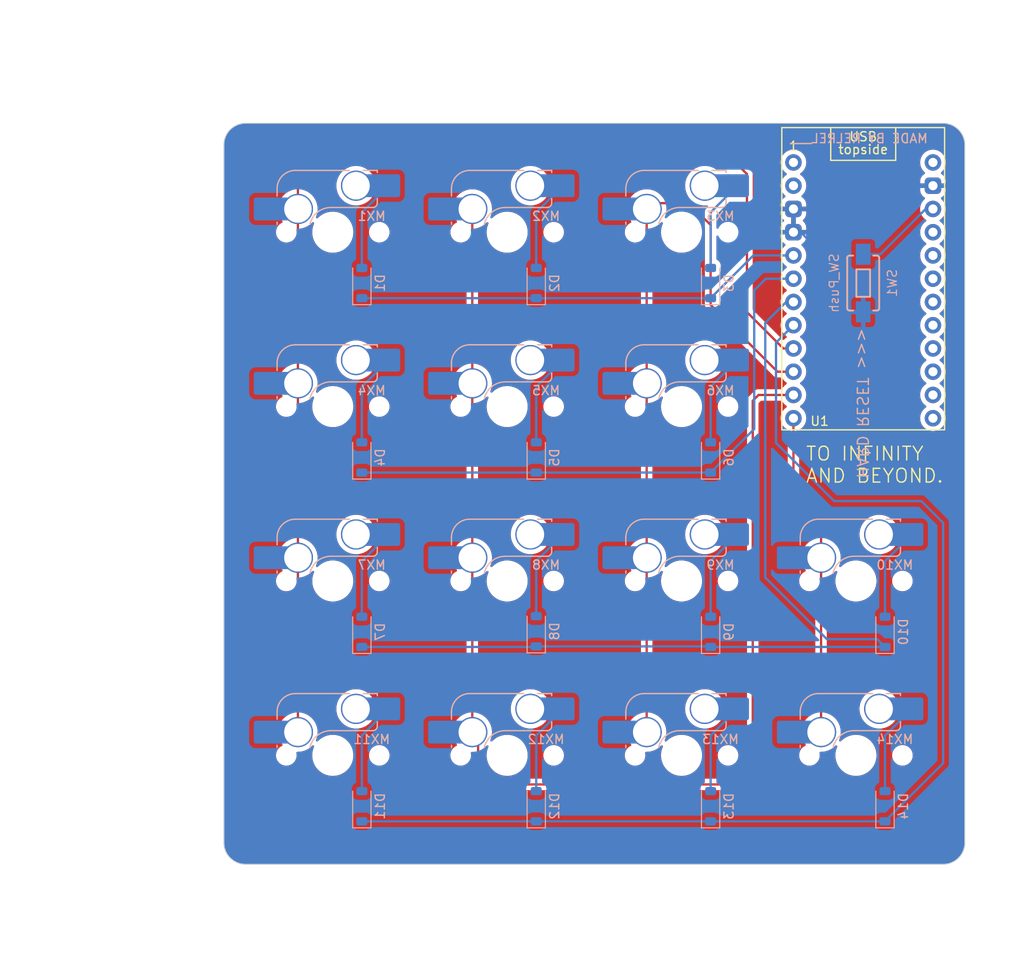
<source format=kicad_pcb>
(kicad_pcb (version 20221018) (generator pcbnew)
  (layers (0 "F.Cu" signal) (31 "B.Cu" signal) (34 "B.Paste" user) (35 "F.Paste" user) (36 "B.SilkS" user "B.Silkscreen") (37 "F.SilkS" user "F.Silkscreen") (38 "B.Mask" user) (39 "F.Mask" user) (44 "Edge.Cuts" user))
  (net 0 "")
  (net 1 "ROW0")
  (net 2 "Net-(D1-A)")
  (net 3 "Net-(D2-A)")
  (net 4 "Net-(D3-A)")
  (net 5 "ROW1")
  (net 6 "Net-(D4-A)")
  (net 7 "Net-(D5-A)")
  (net 8 "Net-(D6-A)")
  (net 9 "ROW2")
  (net 10 "Net-(D7-A)")
  (net 11 "Net-(D8-A)")
  (net 12 "Net-(D9-A)")
  (net 13 "Net-(D10-A)")
  (net 14 "ROW3")
  (net 15 "Net-(D11-A)")
  (net 16 "Net-(D12-A)")
  (net 17 "Net-(D13-A)")
  (net 18 "Net-(D14-A)")
  (net 19 "COL0")
  (net 20 "COL1")
  (net 21 "COL2")
  (net 22 "COL3")
  (net 23 "GND")
  (net 24 "Net-(U1-RST)")
  (footprint "marbastlib-xp-promicroish:ProMicro_USBup" (layer "F.Cu") (at 146.84375 76.2)
    (fp_text reference "U1" (at -4.7625 14.2875 unlocked) (layer "F.SilkS"))
    (fp_text value "ProMicro")
    (fp_text user "1" (at -7.62 -15.17) (layer "F.SilkS") (effects (justify bottom)))
    (fp_text user "USB" (at 0 -16.2 unlocked) (layer "F.SilkS") (effects (justify bottom)))
    (fp_text user "topside" (at 0 -14.8 unlocked) (layer "F.SilkS") (effects (justify bottom)))
    (pad "1" thru_hole circle (at -7.62 -13.97) (size 1.8 1.8) (drill 1) (layers "*.Cu" "B.Mask"))
    (pad "2" thru_hole circle (at -7.62 -11.43) (size 1.8 1.8) (drill 1) (layers "*.Cu" "B.Mask"))
    (pad "3" thru_hole roundrect (at -7.62 -8.89) (size 1.8 1.8) (drill 1) (layers "*.Cu" "B.Mask") (net 23 "GND"))
    (pad "4" thru_hole roundrect (at -7.62 -6.35) (size 1.8 1.8) (drill 1) (layers "*.Cu" "B.Mask") (net 23 "GND"))
    (pad "5" thru_hole circle (at -7.62 -3.81) (size 1.8 1.8) (drill 1) (layers "*.Cu" "B.Mask") (net 1 "ROW0"))
    (pad "6" thru_hole circle (at -7.62 -1.27) (size 1.8 1.8) (drill 1) (layers "*.Cu" "B.Mask") (net 5 "ROW1"))
    (pad "7" thru_hole circle (at -7.62 1.27) (size 1.8 1.8) (drill 1) (layers "*.Cu" "B.Mask") (net 9 "ROW2"))
    (pad "8" thru_hole circle (at -7.62 3.81) (size 1.8 1.8) (drill 1) (layers "*.Cu" "B.Mask") (net 14 "ROW3"))
    (pad "9" thru_hole circle (at -7.62 6.35) (size 1.8 1.8) (drill 1) (layers "*.Cu" "B.Mask") (net 19 "COL0"))
    (pad "10" thru_hole circle (at -7.62 8.89) (size 1.8 1.8) (drill 1) (layers "*.Cu" "B.Mask") (net 21 "COL2"))
    (pad "11" thru_hole circle (at -7.62 11.43) (size 1.8 1.8) (drill 1) (layers "*.Cu" "B.Mask") (net 20 "COL1"))
    (pad "12" thru_hole circle (at -7.62 13.97) (size 1.8 1.8) (drill 1) (layers "*.Cu" "B.Mask") (net 22 "COL3"))
    (pad "13" thru_hole circle (at 7.62 -13.97) (size 1.8 1.8) (drill 1) (layers "*.Cu" "B.Mask"))
    (pad "14" thru_hole roundrect (at 7.62 -11.43) (size 1.8 1.8) (drill 1) (layers "*.Cu" "B.Mask") (net 23 "GND"))
    (pad "15" thru_hole circle (at 7.62 -8.89) (size 1.8 1.8) (drill 1) (layers "*.Cu" "B.Mask") (net 24 "Net-(U1-RST)"))
    (pad "16" thru_hole circle (at 7.62 -6.35) (size 1.8 1.8) (drill 1) (layers "*.Cu" "B.Mask"))
    (pad "17" thru_hole circle (at 7.62 -3.81) (size 1.8 1.8) (drill 1) (layers "*.Cu" "B.Mask"))
    (pad "18" thru_hole circle (at 7.62 -1.27) (size 1.8 1.8) (drill 1) (layers "*.Cu" "B.Mask"))
    (pad "19" thru_hole circle (at 7.62 1.27) (size 1.8 1.8) (drill 1) (layers "*.Cu" "B.Mask"))
    (pad "20" thru_hole circle (at 7.62 3.81) (size 1.8 1.8) (drill 1) (layers "*.Cu" "B.Mask"))
    (pad "21" thru_hole circle (at 7.62 6.35) (size 1.8 1.8) (drill 1) (layers "*.Cu" "B.Mask"))
    (pad "22" thru_hole circle (at 7.62 8.89) (size 1.8 1.8) (drill 1) (layers "*.Cu" "B.Mask"))
    (pad "23" thru_hole circle (at 7.62 11.43) (size 1.8 1.8) (drill 1) (layers "*.Cu" "B.Mask"))
    (pad "24" thru_hole circle (at 7.62 13.97) (size 1.8 1.8) (drill 1) (layers "*.Cu" "B.Mask"))
  )
  (footprint "Diode_SMD:D_SOD-123" (layer "B.Cu") (at 111.125 113.44375 90)
    (fp_text reference "D8" (at 0 2 90) (layer "B.SilkS") (effects (justify mirror)))
    (fp_text value "D_Small")
    (pad "1" smd roundrect (at -1.65 0 90) (size 0.9 1.2) (layers "B.Cu" "B.Paste" "B.Mask") (net 9 "ROW2"))
    (pad "2" smd roundrect (at 1.65 0 90) (size 0.9 1.2) (layers "B.Cu" "B.Paste" "B.Mask") (net 11 "Net-(D8-A)"))
  )
  (footprint "marbastlib-mx:SW_MX_HS_1u" (layer "B.Cu") (at 88.9 88.9 180)
    (fp_text reference "MX4" (at -4.25 1.75) (layer "B.SilkS") (effects (justify mirror)))
    (fp_text value "MX_SW_HS" hide)
    (pad "" np_thru_hole circle (at -5.08 0 180) (size 1.75 1.75) (drill 1.75) (layers "*.Cu" "*.Mask"))
    (pad "" np_thru_hole circle (at 0 0 180) (size 3.9878 3.9878) (drill 3.9878) (layers "*.Cu" "*.Mask"))
    (pad "" np_thru_hole circle (at 5.08 0 180) (size 1.75 1.75) (drill 1.75) (layers "*.Cu" "*.Mask"))
    (pad "1" thru_hole circle (at 3.81 2.54 180) (size 3.3 3.3) (drill 3) (layers "*.Cu" "*.Mask") (net 19 "COL0"))
    (pad "1" smd rect (at 5.635 2.54) (size 1.65 2.5) (layers "B.Cu") (net 19 "COL0"))
    (pad "1" smd roundrect (at 7.36 2.54 180) (size 2.55 2.5) (layers "B.Cu" "B.Paste" "B.Mask") (roundrect_rratio 0.1) (net 19 "COL0"))
    (pad "2" smd roundrect (at -6.09 5.08 180) (size 2.55 2.5) (layers "B.Cu" "B.Paste" "B.Mask") (roundrect_rratio 0.1) (net 6 "Net-(D4-A)"))
    (pad "2" smd rect (at -4.34 5.08 180) (size 1.65 2.5) (layers "B.Cu") (net 6 "Net-(D4-A)"))
    (pad "2" thru_hole circle (at -2.54 5.08 180) (size 3.3 3.3) (drill 3) (layers "*.Cu" "*.Mask") (net 6 "Net-(D4-A)"))
  )
  (footprint "marbastlib-mx:SW_MX_HS_1u" (layer "B.Cu") (at 107.95 69.85 180)
    (fp_text reference "MX2" (at -4.25 1.75) (layer "B.SilkS") (effects (justify mirror)))
    (fp_text value "MX_SW_HS" hide)
    (pad "" np_thru_hole circle (at -5.08 0 180) (size 1.75 1.75) (drill 1.75) (layers "*.Cu" "*.Mask"))
    (pad "" np_thru_hole circle (at 0 0 180) (size 3.9878 3.9878) (drill 3.9878) (layers "*.Cu" "*.Mask"))
    (pad "" np_thru_hole circle (at 5.08 0 180) (size 1.75 1.75) (drill 1.75) (layers "*.Cu" "*.Mask"))
    (pad "1" thru_hole circle (at 3.81 2.54 180) (size 3.3 3.3) (drill 3) (layers "*.Cu" "*.Mask") (net 20 "COL1"))
    (pad "1" smd rect (at 5.635 2.54) (size 1.65 2.5) (layers "B.Cu") (net 20 "COL1"))
    (pad "1" smd roundrect (at 7.36 2.54 180) (size 2.55 2.5) (layers "B.Cu" "B.Paste" "B.Mask") (roundrect_rratio 0.1) (net 20 "COL1"))
    (pad "2" smd roundrect (at -6.09 5.08 180) (size 2.55 2.5) (layers "B.Cu" "B.Paste" "B.Mask") (roundrect_rratio 0.1) (net 3 "Net-(D2-A)"))
    (pad "2" smd rect (at -4.34 5.08 180) (size 1.65 2.5) (layers "B.Cu") (net 3 "Net-(D2-A)"))
    (pad "2" thru_hole circle (at -2.54 5.08 180) (size 3.3 3.3) (drill 3) (layers "*.Cu" "*.Mask") (net 3 "Net-(D2-A)"))
  )
  (footprint "Diode_SMD:D_SOD-123" (layer "B.Cu") (at 111.125 75.40625 90)
    (fp_text reference "D2" (at 0 2 90) (layer "B.SilkS") (effects (justify mirror)))
    (fp_text value "D_Small")
    (pad "1" smd roundrect (at -1.65 0 90) (size 0.9 1.2) (layers "B.Cu" "B.Paste" "B.Mask") (net 1 "ROW0"))
    (pad "2" smd roundrect (at 1.65 0 90) (size 0.9 1.2) (layers "B.Cu" "B.Paste" "B.Mask") (net 3 "Net-(D2-A)"))
  )
  (footprint "Diode_SMD:D_SOD-123" (layer "B.Cu") (at 92.075 132.55625 90)
    (fp_text reference "D11" (at 0 2 90) (layer "B.SilkS") (effects (justify mirror)))
    (fp_text value "D_Small")
    (pad "1" smd roundrect (at -1.65 0 90) (size 0.9 1.2) (layers "B.Cu" "B.Paste" "B.Mask") (net 14 "ROW3"))
    (pad "2" smd roundrect (at 1.65 0 90) (size 0.9 1.2) (layers "B.Cu" "B.Paste" "B.Mask") (net 15 "Net-(D11-A)"))
  )
  (footprint "marbastlib-mx:SW_MX_HS_1u" (layer "B.Cu") (at 88.9 107.95 180)
    (fp_text reference "MX7" (at -4.25 1.75) (layer "B.SilkS") (effects (justify mirror)))
    (fp_text value "MX_SW_HS" hide)
    (pad "" np_thru_hole circle (at -5.08 0 180) (size 1.75 1.75) (drill 1.75) (layers "*.Cu" "*.Mask"))
    (pad "" np_thru_hole circle (at 0 0 180) (size 3.9878 3.9878) (drill 3.9878) (layers "*.Cu" "*.Mask"))
    (pad "" np_thru_hole circle (at 5.08 0 180) (size 1.75 1.75) (drill 1.75) (layers "*.Cu" "*.Mask"))
    (pad "1" thru_hole circle (at 3.81 2.54 180) (size 3.3 3.3) (drill 3) (layers "*.Cu" "*.Mask") (net 19 "COL0"))
    (pad "1" smd rect (at 5.635 2.54) (size 1.65 2.5) (layers "B.Cu") (net 19 "COL0"))
    (pad "1" smd roundrect (at 7.36 2.54 180) (size 2.55 2.5) (layers "B.Cu" "B.Paste" "B.Mask") (roundrect_rratio 0.1) (net 19 "COL0"))
    (pad "2" smd roundrect (at -6.09 5.08 180) (size 2.55 2.5) (layers "B.Cu" "B.Paste" "B.Mask") (roundrect_rratio 0.1) (net 10 "Net-(D7-A)"))
    (pad "2" smd rect (at -4.34 5.08 180) (size 1.65 2.5) (layers "B.Cu") (net 10 "Net-(D7-A)"))
    (pad "2" thru_hole circle (at -2.54 5.08 180) (size 3.3 3.3) (drill 3) (layers "*.Cu" "*.Mask") (net 10 "Net-(D7-A)"))
  )
  (footprint "Switches:TACTILE_SWITCH_SMD_6.0X3.5MM" (layer "B.Cu") (at 146.84375 75.40625 90)
    (fp_text reference "SW1" (at 0 3.175 90) (layer "B.SilkS") (effects (font (thickness 0.127)) (justify mirror)))
    (fp_text value "SW_Push" (at 0 -3.175 90) (layer "B.SilkS") (effects (font (thickness 0.127)) (justify mirror)))
    (pad "1" smd rect (at -3.1496 0 270) (size 2.2987 1.59766) (layers "B.Cu" "B.Paste" "B.Mask") (net 23 "GND"))
    (pad "2" smd rect (at 3.1496 0 270) (size 2.2987 1.59766) (layers "B.Cu" "B.Paste" "B.Mask") (net 24 "Net-(U1-RST)"))
  )
  (footprint "Diode_SMD:D_SOD-123" (layer "B.Cu") (at 92.075 113.50625 90)
    (fp_text reference "D7" (at 0 2 90) (layer "B.SilkS") (effects (justify mirror)))
    (fp_text value "D_Small")
    (pad "1" smd roundrect (at -1.65 0 90) (size 0.9 1.2) (layers "B.Cu" "B.Paste" "B.Mask") (net 9 "ROW2"))
    (pad "2" smd roundrect (at 1.65 0 90) (size 0.9 1.2) (layers "B.Cu" "B.Paste" "B.Mask") (net 10 "Net-(D7-A)"))
  )
  (footprint "Diode_SMD:D_SOD-123" (layer "B.Cu") (at 111.125 132.55625 90)
    (fp_text reference "D12" (at 0 2 90) (layer "B.SilkS") (effects (justify mirror)))
    (fp_text value "D_Small")
    (pad "1" smd roundrect (at -1.65 0 90) (size 0.9 1.2) (layers "B.Cu" "B.Paste" "B.Mask") (net 14 "ROW3"))
    (pad "2" smd roundrect (at 1.65 0 90) (size 0.9 1.2) (layers "B.Cu" "B.Paste" "B.Mask") (net 16 "Net-(D12-A)"))
  )
  (footprint "Diode_SMD:D_SOD-123" (layer "B.Cu") (at 130.175 94.45625 90)
    (fp_text reference "D6" (at 0 2 90) (layer "B.SilkS") (effects (justify mirror)))
    (fp_text value "D_Small")
    (pad "1" smd roundrect (at -1.65 0 90) (size 0.9 1.2) (layers "B.Cu" "B.Paste" "B.Mask") (net 5 "ROW1"))
    (pad "2" smd roundrect (at 1.65 0 90) (size 0.9 1.2) (layers "B.Cu" "B.Paste" "B.Mask") (net 8 "Net-(D6-A)"))
  )
  (footprint "Diode_SMD:D_SOD-123" (layer "B.Cu") (at 92.075 75.40625 90)
    (fp_text reference "D1" (at 0 2 90) (layer "B.SilkS") (effects (justify mirror)))
    (fp_text value "D_Small")
    (pad "1" smd roundrect (at -1.65 0 90) (size 0.9 1.2) (layers "B.Cu" "B.Paste" "B.Mask") (net 1 "ROW0"))
    (pad "2" smd roundrect (at 1.65 0 90) (size 0.9 1.2) (layers "B.Cu" "B.Paste" "B.Mask") (net 2 "Net-(D1-A)"))
  )
  (footprint "Diode_SMD:D_SOD-123" (layer "B.Cu") (at 130.175 132.55625 90)
    (fp_text reference "D13" (at 0 2 90) (layer "B.SilkS") (effects (justify mirror)))
    (fp_text value "D_Small")
    (pad "1" smd roundrect (at -1.65 0 90) (size 0.9 1.2) (layers "B.Cu" "B.Paste" "B.Mask") (net 14 "ROW3"))
    (pad "2" smd roundrect (at 1.65 0 90) (size 0.9 1.2) (layers "B.Cu" "B.Paste" "B.Mask") (net 17 "Net-(D13-A)"))
  )
  (footprint "marbastlib-mx:SW_MX_HS_1u" (layer "B.Cu") (at 146.05 127 180)
    (fp_text reference "MX14" (at -4.25 1.75) (layer "B.SilkS") (effects (justify mirror)))
    (fp_text value "MX_SW_HS" hide)
    (pad "" np_thru_hole circle (at -5.08 0 180) (size 1.75 1.75) (drill 1.75) (layers "*.Cu" "*.Mask"))
    (pad "" np_thru_hole circle (at 0 0 180) (size 3.9878 3.9878) (drill 3.9878) (layers "*.Cu" "*.Mask"))
    (pad "" np_thru_hole circle (at 5.08 0 180) (size 1.75 1.75) (drill 1.75) (layers "*.Cu" "*.Mask"))
    (pad "1" thru_hole circle (at 3.81 2.54 180) (size 3.3 3.3) (drill 3) (layers "*.Cu" "*.Mask") (net 22 "COL3"))
    (pad "1" smd rect (at 5.635 2.54) (size 1.65 2.5) (layers "B.Cu") (net 22 "COL3"))
    (pad "1" smd roundrect (at 7.36 2.54 180) (size 2.55 2.5) (layers "B.Cu" "B.Paste" "B.Mask") (roundrect_rratio 0.1) (net 22 "COL3"))
    (pad "2" smd roundrect (at -6.09 5.08 180) (size 2.55 2.5) (layers "B.Cu" "B.Paste" "B.Mask") (roundrect_rratio 0.1) (net 18 "Net-(D14-A)"))
    (pad "2" smd rect (at -4.34 5.08 180) (size 1.65 2.5) (layers "B.Cu") (net 18 "Net-(D14-A)"))
    (pad "2" thru_hole circle (at -2.54 5.08 180) (size 3.3 3.3) (drill 3) (layers "*.Cu" "*.Mask") (net 18 "Net-(D14-A)"))
  )
  (footprint "Diode_SMD:D_SOD-123" (layer "B.Cu") (at 130.175 75.40625 90)
    (fp_text reference "D3" (at 0 2 90) (layer "B.SilkS") (effects (justify mirror)))
    (fp_text value "D_Small")
    (pad "1" smd roundrect (at -1.65 0 90) (size 0.9 1.2) (layers "B.Cu" "B.Paste" "B.Mask") (net 1 "ROW0"))
    (pad "2" smd roundrect (at 1.65 0 90) (size 0.9 1.2) (layers "B.Cu" "B.Paste" "B.Mask") (net 4 "Net-(D3-A)"))
  )
  (footprint "marbastlib-mx:SW_MX_HS_1u" (layer "B.Cu") (at 127 127 180)
    (fp_text reference "MX13" (at -4.25 1.75) (layer "B.SilkS") (effects (justify mirror)))
    (fp_text value "MX_SW_HS" hide)
    (pad "" np_thru_hole circle (at -5.08 0 180) (size 1.75 1.75) (drill 1.75) (layers "*.Cu" "*.Mask"))
    (pad "" np_thru_hole circle (at 0 0 180) (size 3.9878 3.9878) (drill 3.9878) (layers "*.Cu" "*.Mask"))
    (pad "" np_thru_hole circle (at 5.08 0 180) (size 1.75 1.75) (drill 1.75) (layers "*.Cu" "*.Mask"))
    (pad "1" thru_hole circle (at 3.81 2.54 180) (size 3.3 3.3) (drill 3) (layers "*.Cu" "*.Mask") (net 21 "COL2"))
    (pad "1" smd rect (at 5.635 2.54) (size 1.65 2.5) (layers "B.Cu") (net 21 "COL2"))
    (pad "1" smd roundrect (at 7.36 2.54 180) (size 2.55 2.5) (layers "B.Cu" "B.Paste" "B.Mask") (roundrect_rratio 0.1) (net 21 "COL2"))
    (pad "2" smd roundrect (at -6.09 5.08 180) (size 2.55 2.5) (layers "B.Cu" "B.Paste" "B.Mask") (roundrect_rratio 0.1) (net 17 "Net-(D13-A)"))
    (pad "2" smd rect (at -4.34 5.08 180) (size 1.65 2.5) (layers "B.Cu") (net 17 "Net-(D13-A)"))
    (pad "2" thru_hole circle (at -2.54 5.08 180) (size 3.3 3.3) (drill 3) (layers "*.Cu" "*.Mask") (net 17 "Net-(D13-A)"))
  )
  (footprint "Diode_SMD:D_SOD-123" (layer "B.Cu") (at 149.225 132.55625 90)
    (fp_text reference "D14" (at 0 2 90) (layer "B.SilkS") (effects (justify mirror)))
    (fp_text value "D_Small")
    (pad "1" smd roundrect (at -1.65 0 90) (size 0.9 1.2) (layers "B.Cu" "B.Paste" "B.Mask") (net 14 "ROW3"))
    (pad "2" smd roundrect (at 1.65 0 90) (size 0.9 1.2) (layers "B.Cu" "B.Paste" "B.Mask") (net 18 "Net-(D14-A)"))
  )
  (footprint "Diode_SMD:D_SOD-123" (layer "B.Cu") (at 149.225 113.50625 90)
    (fp_text reference "D10" (at 0 2 90) (layer "B.SilkS") (effects (justify mirror)))
    (fp_text value "D_Small")
    (pad "1" smd roundrect (at -1.65 0 90) (size 0.9 1.2) (layers "B.Cu" "B.Paste" "B.Mask") (net 9 "ROW2"))
    (pad "2" smd roundrect (at 1.65 0 90) (size 0.9 1.2) (layers "B.Cu" "B.Paste" "B.Mask") (net 13 "Net-(D10-A)"))
  )
  (footprint "Diode_SMD:D_SOD-123" (layer "B.Cu") (at 111.125 94.45625 90)
    (fp_text reference "D5" (at 0 2 90) (layer "B.SilkS") (effects (justify mirror)))
    (fp_text value "D_Small")
    (pad "1" smd roundrect (at -1.65 0 90) (size 0.9 1.2) (layers "B.Cu" "B.Paste" "B.Mask") (net 5 "ROW1"))
    (pad "2" smd roundrect (at 1.65 0 90) (size 0.9 1.2) (layers "B.Cu" "B.Paste" "B.Mask") (net 7 "Net-(D5-A)"))
  )
  (footprint "marbastlib-mx:SW_MX_HS_1u" (layer "B.Cu") (at 107.95 88.9 180)
    (fp_text reference "MX5" (at -4.25 1.75) (layer "B.SilkS") (effects (justify mirror)))
    (fp_text value "MX_SW_HS" hide)
    (pad "" np_thru_hole circle (at -5.08 0 180) (size 1.75 1.75) (drill 1.75) (layers "*.Cu" "*.Mask"))
    (pad "" np_thru_hole circle (at 0 0 180) (size 3.9878 3.9878) (drill 3.9878) (layers "*.Cu" "*.Mask"))
    (pad "" np_thru_hole circle (at 5.08 0 180) (size 1.75 1.75) (drill 1.75) (layers "*.Cu" "*.Mask"))
    (pad "1" thru_hole circle (at 3.81 2.54 180) (size 3.3 3.3) (drill 3) (layers "*.Cu" "*.Mask") (net 20 "COL1"))
    (pad "1" smd rect (at 5.635 2.54) (size 1.65 2.5) (layers "B.Cu") (net 20 "COL1"))
    (pad "1" smd roundrect (at 7.36 2.54 180) (size 2.55 2.5) (layers "B.Cu" "B.Paste" "B.Mask") (roundrect_rratio 0.1) (net 20 "COL1"))
    (pad "2" smd roundrect (at -6.09 5.08 180) (size 2.55 2.5) (layers "B.Cu" "B.Paste" "B.Mask") (roundrect_rratio 0.1) (net 7 "Net-(D5-A)"))
    (pad "2" smd rect (at -4.34 5.08 180) (size 1.65 2.5) (layers "B.Cu") (net 7 "Net-(D5-A)"))
    (pad "2" thru_hole circle (at -2.54 5.08 180) (size 3.3 3.3) (drill 3) (layers "*.Cu" "*.Mask") (net 7 "Net-(D5-A)"))
  )
  (footprint "Diode_SMD:D_SOD-123" (layer "B.Cu") (at 130.175 113.50625 90)
    (fp_text reference "D9" (at 0 2 90) (layer "B.SilkS") (effects (justify mirror)))
    (fp_text value "D_Small")
    (pad "1" smd roundrect (at -1.65 0 90) (size 0.9 1.2) (layers "B.Cu" "B.Paste" "B.Mask") (net 9 "ROW2"))
    (pad "2" smd roundrect (at 1.65 0 90) (size 0.9 1.2) (layers "B.Cu" "B.Paste" "B.Mask") (net 12 "Net-(D9-A)"))
  )
  (footprint "marbastlib-mx:SW_MX_HS_1u" (layer "B.Cu") (at 146.05 107.95 180)
    (fp_text reference "MX10" (at -4.25 1.75) (layer "B.SilkS") (effects (justify mirror)))
    (fp_text value "MX_SW_HS" hide)
    (pad "" np_thru_hole circle (at -5.08 0 180) (size 1.75 1.75) (drill 1.75) (layers "*.Cu" "*.Mask"))
    (pad "" np_thru_hole circle (at 0 0 180) (size 3.9878 3.9878) (drill 3.9878) (layers "*.Cu" "*.Mask"))
    (pad "" np_thru_hole circle (at 5.08 0 180) (size 1.75 1.75) (drill 1.75) (layers "*.Cu" "*.Mask"))
    (pad "1" thru_hole circle (at 3.81 2.54 180) (size 3.3 3.3) (drill 3) (layers "*.Cu" "*.Mask") (net 22 "COL3"))
    (pad "1" smd rect (at 5.635 2.54) (size 1.65 2.5) (layers "B.Cu") (net 22 "COL3"))
    (pad "1" smd roundrect (at 7.36 2.54 180) (size 2.55 2.5) (layers "B.Cu" "B.Paste" "B.Mask") (roundrect_rratio 0.1) (net 22 "COL3"))
    (pad "2" smd roundrect (at -6.09 5.08 180) (size 2.55 2.5) (layers "B.Cu" "B.Paste" "B.Mask") (roundrect_rratio 0.1) (net 13 "Net-(D10-A)"))
    (pad "2" smd rect (at -4.34 5.08 180) (size 1.65 2.5) (layers "B.Cu") (net 13 "Net-(D10-A)"))
    (pad "2" thru_hole circle (at -2.54 5.08 180) (size 3.3 3.3) (drill 3) (layers "*.Cu" "*.Mask") (net 13 "Net-(D10-A)"))
  )
  (footprint "marbastlib-mx:SW_MX_HS_1u" (layer "B.Cu") (at 127 69.85 180)
    (fp_text reference "MX3" (at -4.25 1.75) (layer "B.SilkS") (effects (justify mirror)))
    (fp_text value "MX_SW_HS" hide)
    (pad "" np_thru_hole circle (at -5.08 0 180) (size 1.75 1.75) (drill 1.75) (layers "*.Cu" "*.Mask"))
    (pad "" np_thru_hole circle (at 0 0 180) (size 3.9878 3.9878) (drill 3.9878) (layers "*.Cu" "*.Mask"))
    (pad "" np_thru_hole circle (at 5.08 0 180) (size 1.75 1.75) (drill 1.75) (layers "*.Cu" "*.Mask"))
    (pad "1" thru_hole circle (at 3.81 2.54 180) (size 3.3 3.3) (drill 3) (layers "*.Cu" "*.Mask") (net 21 "COL2"))
    (pad "1" smd rect (at 5.635 2.54) (size 1.65 2.5) (layers "B.Cu") (net 21 "COL2"))
    (pad "1" smd roundrect (at 7.36 2.54 180) (size 2.55 2.5) (layers "B.Cu" "B.Paste" "B.Mask") (roundrect_rratio 0.1) (net 21 "COL2"))
    (pad "2" smd roundrect (at -6.09 5.08 180) (size 2.55 2.5) (layers "B.Cu" "B.Paste" "B.Mask") (roundrect_rratio 0.1) (net 4 "Net-(D3-A)"))
    (pad "2" smd rect (at -4.34 5.08 180) (size 1.65 2.5) (layers "B.Cu") (net 4 "Net-(D3-A)"))
    (pad "2" thru_hole circle (at -2.54 5.08 180) (size 3.3 3.3) (drill 3) (layers "*.Cu" "*.Mask") (net 4 "Net-(D3-A)"))
  )
  (footprint "Diode_SMD:D_SOD-123" (layer "B.Cu") (at 92.075 94.45625 90)
    (fp_text reference "D4" (at 0 2 90) (layer "B.SilkS") (effects (justify mirror)))
    (fp_text value "D_Small")
    (pad "1" smd roundrect (at -1.65 0 90) (size 0.9 1.2) (layers "B.Cu" "B.Paste" "B.Mask") (net 5 "ROW1"))
    (pad "2" smd roundrect (at 1.65 0 90) (size 0.9 1.2) (layers "B.Cu" "B.Paste" "B.Mask") (net 6 "Net-(D4-A)"))
  )
  (footprint "marbastlib-mx:SW_MX_HS_1u" (layer "B.Cu") (at 127 88.9 180)
    (fp_text reference "MX6" (at -4.25 1.75) (layer "B.SilkS") (effects (justify mirror)))
    (fp_text value "MX_SW_HS" hide)
    (pad "" np_thru_hole circle (at -5.08 0 180) (size 1.75 1.75) (drill 1.75) (layers "*.Cu" "*.Mask"))
    (pad "" np_thru_hole circle (at 0 0 180) (size 3.9878 3.9878) (drill 3.9878) (layers "*.Cu" "*.Mask"))
    (pad "" np_thru_hole circle (at 5.08 0 180) (size 1.75 1.75) (drill 1.75) (layers "*.Cu" "*.Mask"))
    (pad "1" thru_hole circle (at 3.81 2.54 180) (size 3.3 3.3) (drill 3) (layers "*.Cu" "*.Mask") (net 21 "COL2"))
    (pad "1" smd rect (at 5.635 2.54) (size 1.65 2.5) (layers "B.Cu") (net 21 "COL2"))
    (pad "1" smd roundrect (at 7.36 2.54 180) (size 2.55 2.5) (layers "B.Cu" "B.Paste" "B.Mask") (roundrect_rratio 0.1) (net 21 "COL2"))
    (pad "2" smd roundrect (at -6.09 5.08 180) (size 2.55 2.5) (layers "B.Cu" "B.Paste" "B.Mask") (roundrect_rratio 0.1) (net 8 "Net-(D6-A)"))
    (pad "2" smd rect (at -4.34 5.08 180) (size 1.65 2.5) (layers "B.Cu") (net 8 "Net-(D6-A)"))
    (pad "2" thru_hole circle (at -2.54 5.08 180) (size 3.3 3.3) (drill 3) (layers "*.Cu" "*.Mask") (net 8 "Net-(D6-A)"))
  )
  (footprint "marbastlib-mx:SW_MX_HS_1u" (layer "B.Cu") (at 107.95 127 180)
    (fp_text reference "MX12" (at -4.25 1.75) (layer "B.SilkS") (effects (justify mirror)))
    (fp_text value "MX_SW_HS" hide)
    (pad "" np_thru_hole circle (at -5.08 0 180) (size 1.75 1.75) (drill 1.75) (layers "*.Cu" "*.Mask"))
    (pad "" np_thru_hole circle (at 0 0 180) (size 3.9878 3.9878) (drill 3.9878) (layers "*.Cu" "*.Mask"))
    (pad "" np_thru_hole circle (at 5.08 0 180) (size 1.75 1.75) (drill 1.75) (layers "*.Cu" "*.Mask"))
    (pad "1" thru_hole circle (at 3.81 2.54 180) (size 3.3 3.3) (drill 3) (layers "*.Cu" "*.Mask") (net 20 "COL1"))
    (pad "1" smd rect (at 5.635 2.54) (size 1.65 2.5) (layers "B.Cu") (net 20 "COL1"))
    (pad "1" smd roundrect (at 7.36 2.54 180) (size 2.55 2.5) (layers "B.Cu" "B.Paste" "B.Mask") (roundrect_rratio 0.1) (net 20 "COL1"))
    (pad "2" smd roundrect (at -6.09 5.08 180) (size 2.55 2.5) (layers "B.Cu" "B.Paste" "B.Mask") (roundrect_rratio 0.1) (net 16 "Net-(D12-A)"))
    (pad "2" smd rect (at -4.34 5.08 180) (size 1.65 2.5) (layers "B.Cu") (net 16 "Net-(D12-A)"))
    (pad "2" thru_hole circle (at -2.54 5.08 180) (size 3.3 3.3) (drill 3) (layers "*.Cu" "*.Mask") (net 16 "Net-(D12-A)"))
  )
  (footprint "marbastlib-mx:SW_MX_HS_1u" (layer "B.Cu") (at 107.95 107.95 180)
    (fp_text reference "MX8" (at -4.25 1.75) (layer "B.SilkS") (effects (justify mirror)))
    (fp_text value "MX_SW_HS" hide)
    (pad "" np_thru_hole circle (at -5.08 0 180) (size 1.75 1.75) (drill 1.75) (layers "*.Cu" "*.Mask"))
    (pad "" np_thru_hole circle (at 0 0 180) (size 3.9878 3.9878) (drill 3.9878) (layers "*.Cu" "*.Mask"))
    (pad "" np_thru_hole circle (at 5.08 0 180) (size 1.75 1.75) (drill 1.75) (layers "*.Cu" "*.Mask"))
    (pad "1" thru_hole circle (at 3.81 2.54 180) (size 3.3 3.3) (drill 3) (layers "*.Cu" "*.Mask") (net 20 "COL1"))
    (pad "1" smd rect (at 5.635 2.54) (size 1.65 2.5) (layers "B.Cu") (net 20 "COL1"))
    (pad "1" smd roundrect (at 7.36 2.54 180) (size 2.55 2.5) (layers "B.Cu" "B.Paste" "B.Mask") (roundrect_rratio 0.1) (net 20 "COL1"))
    (pad "2" smd roundrect (at -6.09 5.08 180) (size 2.55 2.5) (layers "B.Cu" "B.Paste" "B.Mask") (roundrect_rratio 0.1) (net 11 "Net-(D8-A)"))
    (pad "2" smd rect (at -4.34 5.08 180) (size 1.65 2.5) (layers "B.Cu") (net 11 "Net-(D8-A)"))
    (pad "2" thru_hole circle (at -2.54 5.08 180) (size 3.3 3.3) (drill 3) (layers "*.Cu" "*.Mask") (net 11 "Net-(D8-A)"))
  )
  (footprint "marbastlib-mx:SW_MX_HS_1u" (layer "B.Cu") (at 88.9 69.85 180)
    (fp_text reference "MX1" (at -4.25 1.75) (layer "B.SilkS") (effects (justify mirror)))
    (fp_text value "MX_SW_HS" hide)
    (pad "" np_thru_hole circle (at -5.08 0 180) (size 1.75 1.75) (drill 1.75) (layers "*.Cu" "*.Mask"))
    (pad "" np_thru_hole circle (at 0 0 180) (size 3.9878 3.9878) (drill 3.9878) (layers "*.Cu" "*.Mask"))
    (pad "" np_thru_hole circle (at 5.08 0 180) (size 1.75 1.75) (drill 1.75) (layers "*.Cu" "*.Mask"))
    (pad "1" thru_hole circle (at 3.81 2.54 180) (size 3.3 3.3) (drill 3) (layers "*.Cu" "*.Mask") (net 19 "COL0"))
    (pad "1" smd rect (at 5.635 2.54) (size 1.65 2.5) (layers "B.Cu") (net 19 "COL0"))
    (pad "1" smd roundrect (at 7.36 2.54 180) (size 2.55 2.5) (layers "B.Cu" "B.Paste" "B.Mask") (roundrect_rratio 0.1) (net 19 "COL0"))
    (pad "2" smd roundrect (at -6.09 5.08 180) (size 2.55 2.5) (layers "B.Cu" "B.Paste" "B.Mask") (roundrect_rratio 0.1) (net 2 "Net-(D1-A)"))
    (pad "2" smd rect (at -4.34 5.08 180) (size 1.65 2.5) (layers "B.Cu") (net 2 "Net-(D1-A)"))
    (pad "2" thru_hole circle (at -2.54 5.08 180) (size 3.3 3.3) (drill 3) (layers "*.Cu" "*.Mask") (net 2 "Net-(D1-A)"))
  )
  (footprint "marbastlib-mx:SW_MX_HS_1u" (layer "B.Cu") (at 88.9 127 180)
    (fp_text reference "MX11" (at -4.25 1.75) (layer "B.SilkS") (effects (justify mirror)))
    (fp_text value "MX_SW_HS" hide)
    (pad "" np_thru_hole circle (at -5.08 0 180) (size 1.75 1.75) (drill 1.75) (layers "*.Cu" "*.Mask"))
    (pad "" np_thru_hole circle (at 0 0 180) (size 3.9878 3.9878) (drill 3.9878) (layers "*.Cu" "*.Mask"))
    (pad "" np_thru_hole circle (at 5.08 0 180) (size 1.75 1.75) (drill 1.75) (layers "*.Cu" "*.Mask"))
    (pad "1" thru_hole circle (at 3.81 2.54 180) (size 3.3 3.3) (drill 3) (layers "*.Cu" "*.Mask") (net 19 "COL0"))
    (pad "1" smd rect (at 5.635 2.54) (size 1.65 2.5) (layers "B.Cu") (net 19 "COL0"))
    (pad "1" smd roundrect (at 7.36 2.54 180) (size 2.55 2.5) (layers "B.Cu" "B.Paste" "B.Mask") (roundrect_rratio 0.1) (net 19 "COL0"))
    (pad "2" smd roundrect (at -6.09 5.08 180) (size 2.55 2.5) (layers "B.Cu" "B.Paste" "B.Mask") (roundrect_rratio 0.1) (net 15 "Net-(D11-A)"))
    (pad "2" smd rect (at -4.34 5.08 180) (size 1.65 2.5) (layers "B.Cu") (net 15 "Net-(D11-A)"))
    (pad "2" thru_hole circle (at -2.54 5.08 180) (size 3.3 3.3) (drill 3) (layers "*.Cu" "*.Mask") (net 15 "Net-(D11-A)"))
  )
  (footprint "marbastlib-mx:SW_MX_HS_1u" (layer "B.Cu") (at 127 107.95 180)
    (fp_text reference "MX9" (at -4.25 1.75) (layer "B.SilkS") (effects (justify mirror)))
    (fp_text value "MX_SW_HS" hide)
    (pad "" np_thru_hole circle (at -5.08 0 180) (size 1.75 1.75) (drill 1.75) (layers "*.Cu" "*.Mask"))
    (pad "" np_thru_hole circle (at 0 0 180) (size 3.9878 3.9878) (drill 3.9878) (layers "*.Cu" "*.Mask"))
    (pad "" np_thru_hole circle (at 5.08 0 180) (size 1.75 1.75) (drill 1.75) (layers "*.Cu" "*.Mask"))
    (pad "1" thru_hole circle (at 3.81 2.54 180) (size 3.3 3.3) (drill 3) (layers "*.Cu" "*.Mask") (net 21 "COL2"))
    (pad "1" smd rect (at 5.635 2.54) (size 1.65 2.5) (layers "B.Cu") (net 21 "COL2"))
    (pad "1" smd roundrect (at 7.36 2.54 180) (size 2.55 2.5) (layers "B.Cu" "B.Paste" "B.Mask") (roundrect_rratio 0.1) (net 21 "COL2"))
    (pad "2" smd roundrect (at -6.09 5.08 180) (size 2.55 2.5) (layers "B.Cu" "B.Paste" "B.Mask") (roundrect_rratio 0.1) (net 12 "Net-(D9-A)"))
    (pad "2" smd rect (at -4.34 5.08 180) (size 1.65 2.5) (layers "B.Cu") (net 12 "Net-(D9-A)"))
    (pad "2" thru_hole circle (at -2.54 5.08 180) (size 3.3 3.3) (drill 3) (layers "*.Cu" "*.Mask") (net 12 "Net-(D9-A)"))
  )
  (gr_line (start 157.95625 136.525) (end 157.95625 60.325) (stroke (width 0.1)) (layer "Edge.Cuts"))
  (gr_arc (start 76.99375 60.325) (mid 77.691202 58.641202) (end 79.375 57.94375) (stroke (width 0.1)) (layer "Edge.Cuts"))
  (gr_line (start 155.575 57.94375) (end 79.375 57.94375) (stroke (width 0.1)) (layer "Edge.Cuts"))
  (gr_line (start 76.99375 60.325) (end 76.99375 136.525) (stroke (width 0.1)) (layer "Edge.Cuts"))
  (gr_arc (start 157.95625 136.525) (mid 157.258798 138.208798) (end 155.575 138.90625) (stroke (width 0.1)) (layer "Edge.Cuts"))
  (gr_arc (start 155.575 57.94375) (mid 157.258798 58.641202) (end 157.95625 60.325) (stroke (width 0.1)) (layer "Edge.Cuts"))
  (gr_arc (start 79.375 138.90625) (mid 77.691202 138.208798) (end 76.99375 136.525) (stroke (width 0.1)) (layer "Edge.Cuts"))
  (gr_line (start 79.375 138.90625) (end 155.575 138.90625) (stroke (width 0.1)) (layer "Edge.Cuts"))
  (gr_text "MADE BY RELREL___\n" (at 153.9875 60.198) (layer "B.SilkS") (effects (font (size 1 1)) (justify left bottom mirror)))
  (gr_text "HARD RESET >>>" (at 146.05 96.8375 270) (layer "B.SilkS") (effects (font (size 1.2 1.2)) (justify left bottom mirror)))
  (gr_text "TO INFINITY\nAND BEYOND." (at 140.49375 95.25) (layer "F.SilkS") (effects (font (size 1.5 1.5)) (justify left)))
  (segment (start 111.125 77.05625) (end 130.175 77.05625) (width 0.25) (layer "B.Cu") (net 1))
  (segment (start 130.175 77.05625) (end 134.84125 72.39) (width 0.25) (layer "B.Cu") (net 1))
  (segment (start 134.84125 72.39) (end 139.22375 72.39) (width 0.25) (layer "B.Cu") (net 1))
  (segment (start 92.075 77.05625) (end 111.125 77.05625) (width 0.25) (layer "B.Cu") (net 1))
  (segment (start 92.075 67.685) (end 94.99 64.77) (width 0.25) (layer "B.Cu") (net 2))
  (segment (start 92.075 73.75625) (end 92.075 67.685) (width 0.25) (layer "B.Cu") (net 2))
  (segment (start 111.125 67.685) (end 114.04 64.77) (width 0.25) (layer "B.Cu") (net 3))
  (segment (start 111.125 73.75625) (end 111.125 67.685) (width 0.25) (layer "B.Cu") (net 3))
  (segment (start 130.175 73.75625) (end 130.175 67.685) (width 0.25) (layer "B.Cu") (net 4))
  (segment (start 130.175 67.685) (end 133.09 64.77) (width 0.25) (layer "B.Cu") (net 4))
  (segment (start 111.125 96.10625) (end 130.175 96.10625) (width 0.25) (layer "B.Cu") (net 5))
  (segment (start 130.175 96.10625) (end 134.9375 91.34375) (width 0.25) (layer "B.Cu") (net 5))
  (segment (start 136.2075 74.93) (end 139.22375 74.93) (width 0.25) (layer "B.Cu") (net 5))
  (segment (start 92.075 96.10625) (end 111.125 96.10625) (width 0.25) (layer "B.Cu") (net 5))
  (segment (start 134.9375 91.34375) (end 134.9375 76.2) (width 0.25) (layer "B.Cu") (net 5))
  (segment (start 134.9375 76.2) (end 136.2075 74.93) (width 0.25) (layer "B.Cu") (net 5))
  (segment (start 92.075 86.735) (end 94.99 83.82) (width 0.25) (layer "B.Cu") (net 6))
  (segment (start 92.075 92.80625) (end 92.075 86.735) (width 0.25) (layer "B.Cu") (net 6))
  (segment (start 111.125 86.735) (end 114.04 83.82) (width 0.25) (layer "B.Cu") (net 7))
  (segment (start 111.125 92.80625) (end 111.125 86.735) (width 0.25) (layer "B.Cu") (net 7))
  (segment (start 130.175 86.735) (end 133.09 83.82) (width 0.25) (layer "B.Cu") (net 8))
  (segment (start 130.175 92.80625) (end 130.175 86.735) (width 0.25) (layer "B.Cu") (net 8))
  (segment (start 130.175 115.15625) (end 149.225 115.15625) (width 0.25) (layer "B.Cu") (net 9))
  (segment (start 136.144 107.569) (end 142.875 114.3) (width 0.25) (layer "B.Cu") (net 9))
  (segment (start 136.144 79.756) (end 136.144 107.569) (width 0.25) (layer "B.Cu") (net 9))
  (segment (start 111.0625 115.15625) (end 111.125 115.09375) (width 0.25) (layer "B.Cu") (net 9))
  (segment (start 111.125 115.09375) (end 130.1125 115.09375) (width 0.25) (layer "B.Cu") (net 9))
  (segment (start 142.875 114.3) (end 148.36875 114.3) (width 0.25) (layer "B.Cu") (net 9))
  (segment (start 139.22375 77.47) (end 138.43 77.47) (width 0.25) (layer "B.Cu") (net 9))
  (segment (start 148.36875 114.3) (end 149.225 115.15625) (width 0.25) (layer "B.Cu") (net 9))
  (segment (start 138.43 77.47) (end 136.144 79.756) (width 0.25) (layer "B.Cu") (net 9))
  (segment (start 92.075 115.15625) (end 111.0625 115.15625) (width 0.25) (layer "B.Cu") (net 9))
  (segment (start 130.1125 115.09375) (end 130.175 115.15625) (width 0.25) (layer "B.Cu") (net 9))
  (segment (start 92.075 105.785) (end 94.99 102.87) (width 0.25) (layer "B.Cu") (net 10))
  (segment (start 92.075 111.85625) (end 92.075 105.785) (width 0.25) (layer "B.Cu") (net 10))
  (segment (start 111.125 105.785) (end 114.04 102.87) (width 0.25) (layer "B.Cu") (net 11))
  (segment (start 111.125 111.79375) (end 111.125 105.785) (width 0.25) (layer "B.Cu") (net 11))
  (segment (start 130.175 105.785) (end 133.09 102.87) (width 0.25) (layer "B.Cu") (net 12))
  (segment (start 130.175 111.85625) (end 130.175 105.785) (width 0.25) (layer "B.Cu") (net 12))
  (segment (start 149.225 111.85625) (end 149.225 105.785) (width 0.25) (layer "B.Cu") (net 13))
  (segment (start 149.225 105.785) (end 152.14 102.87) (width 0.25) (layer "B.Cu") (net 13))
  (segment (start 137.31875 92.86875) (end 143.66875 99.21875) (width 0.25) (layer "B.Cu") (net 14))
  (segment (start 137.31875 81.915) (end 139.22375 80.01) (width 0.25) (layer "B.Cu") (net 14))
  (segment (start 155.575 127.85625) (end 149.225 134.20625) (width 0.25) (layer "B.Cu") (net 14))
  (segment (start 111.125 134.20625) (end 92.075 134.20625) (width 0.25) (layer "B.Cu") (net 14))
  (segment (start 137.31875 92.86875) (end 137.31875 81.915) (width 0.25) (layer "B.Cu") (net 14))
  (segment (start 155.575 101.6) (end 155.575 127.85625) (width 0.25) (layer "B.Cu") (net 14))
  (segment (start 130.175 134.20625) (end 111.125 134.20625) (width 0.25) (layer "B.Cu") (net 14))
  (segment (start 143.66875 99.21875) (end 153.19375 99.21875) (width 0.25) (layer "B.Cu") (net 14))
  (segment (start 149.225 134.20625) (end 130.175 134.20625) (width 0.25) (layer "B.Cu") (net 14))
  (segment (start 153.19375 99.21875) (end 155.575 101.6) (width 0.25) (layer "B.Cu") (net 14))
  (segment (start 92.075 130.90625) (end 92.075 124.835) (width 0.25) (layer "B.Cu") (net 15))
  (segment (start 92.075 124.835) (end 94.99 121.92) (width 0.25) (layer "B.Cu") (net 15))
  (segment (start 111.125 130.90625) (end 111.125 124.835) (width 0.25) (layer "B.Cu") (net 16))
  (segment (start 111.125 124.835) (end 114.04 121.92) (width 0.25) (layer "B.Cu") (net 16))
  (segment (start 130.175 130.90625) (end 130.175 124.835) (width 0.25) (layer "B.Cu") (net 17))
  (segment (start 130.175 124.835) (end 133.09 121.92) (width 0.25) (layer "B.Cu") (net 17))
  (segment (start 149.225 130.90625) (end 149.225 124.835) (width 0.25) (layer "B.Cu") (net 18))
  (segment (start 149.225 124.835) (end 152.14 121.92) (width 0.25) (layer "B.Cu") (net 18))
  (segment (start 132.55625 61.9125) (end 134.14375 63.5) (width 0.25) (layer "F.Cu") (net 19))
  (segment (start 134.14375 78.58125) (end 138.1125 82.55) (width 0.25) (layer "F.Cu") (net 19))
  (segment (start 138.1125 82.55) (end 139.22375 82.55) (width 0.25) (layer "F.Cu") (net 19))
  (segment (start 134.14375 63.5) (end 134.14375 78.58125) (width 0.25) (layer "F.Cu") (net 19))
  (segment (start 85.09 105.41) (end 85.09 124.46) (width 0.25) (layer "F.Cu") (net 19))
  (segment (start 85.09 63.34125) (end 86.51875 61.9125) (width 0.25) (layer "F.Cu") (net 19))
  (segment (start 86.51875 61.9125) (end 132.55625 61.9125) (width 0.25) (layer "F.Cu") (net 19))
  (segment (start 85.09 67.31) (end 85.09 86.36) (width 0.25) (layer "F.Cu") (net 19))
  (segment (start 85.09 86.36) (end 85.09 105.41) (width 0.25) (layer "F.Cu") (net 19))
  (segment (start 85.09 67.31) (end 85.09 63.34125) (width 0.25) (layer "F.Cu") (net 19))
  (segment (start 139.22375 87.63) (end 135.41375 87.63) (width 0.25) (layer "F.Cu") (net 20))
  (segment (start 104.775 128.5875) (end 104.775 125.095) (width 0.25) (layer "F.Cu") (net 20))
  (segment (start 135.41375 87.63) (end 134.77875 88.265) (width 0.25) (layer "F.Cu") (net 20))
  (segment (start 106.3625 130.175) (end 104.775 128.5875) (width 0.25) (layer "F.Cu") (net 20))
  (segment (start 134.77875 88.265) (end 134.77875 127.15875) (width 0.25) (layer "F.Cu") (net 20))
  (segment (start 104.775 125.095) (end 104.14 124.46) (width 0.25) (layer "F.Cu") (net 20))
  (segment (start 104.14 105.41) (end 104.14 86.36) (width 0.25) (layer "F.Cu") (net 20))
  (segment (start 104.14 86.36) (end 104.14 67.31) (width 0.25) (layer "F.Cu") (net 20))
  (segment (start 104.14 124.46) (end 104.14 105.41) (width 0.25) (layer "F.Cu") (net 20))
  (segment (start 131.7625 130.175) (end 106.3625 130.175) (width 0.25) (layer "F.Cu") (net 20))
  (segment (start 134.77875 127.15875) (end 131.7625 130.175) (width 0.25) (layer "F.Cu") (net 20))
  (segment (start 130.175 69.05625) (end 130.175 77.7875) (width 0.25) (layer "F.Cu") (net 21))
  (segment (start 123.825 66.675) (end 127.79375 66.675) (width 0.25) (layer "F.Cu") (net 21))
  (segment (start 123.19 105.41) (end 123.19 124.46) (width 0.25) (layer "F.Cu") (net 21))
  (segment (start 137.4775 85.09) (end 139.22375 85.09) (width 0.25) (layer "F.Cu") (net 21))
  (segment (start 127.79375 66.675) (end 130.175 69.05625) (width 0.25) (layer "F.Cu") (net 21))
  (segment (start 123.19 67.31) (end 123.19 86.36) (width 0.25) (layer "F.Cu") (net 21))
  (segment (start 130.175 77.7875) (end 137.4775 85.09) (width 0.25) (layer "F.Cu") (net 21))
  (segment (start 123.19 67.31) (end 123.825 66.675) (width 0.25) (layer "F.Cu") (net 21))
  (segment (start 123.19 86.36) (end 123.19 105.41) (width 0.25) (layer "F.Cu") (net 21))
  (segment (start 142.24 100.965) (end 139.22375 97.94875) (width 0.25) (layer "F.Cu") (net 22))
  (segment (start 142.24 105.41) (end 142.24 124.46) (width 0.25) (layer "F.Cu") (net 22))
  (segment (start 142.24 105.41) (end 142.24 100.965) (width 0.25) (layer "F.Cu") (net 22))
  (segment (start 139.22375 97.94875) (end 139.22375 90.17) (width 0.25) (layer "F.Cu") (net 22))
  (segment (start 139.22375 69.85) (end 139.22375 67.31) (width 0.25) (layer "B.Cu") (net 23))
  (segment (start 146.84375 78.55585) (end 146.84375 76.67625) (width 0.25) (layer "B.Cu") (net 23))
  (segment (start 146.84375 76.67625) (end 140.0175 69.85) (width 0.25) (layer "B.Cu") (net 23))
  (segment (start 144.62125 67.31) (end 147.16125 64.77) (width 0.25) (layer "B.Cu") (net 23))
  (segment (start 139.22375 67.31) (end 144.62125 67.31) (width 0.25) (layer "B.Cu") (net 23))
  (segment (start 147.16125 64.77) (end 154.46375 64.77) (width 0.25) (layer "B.Cu") (net 23))
  (segment (start 140.0175 69.85) (end 139.22375 69.85) (width 0.25) (layer "B.Cu") (net 23))
  (segment (start 146.84375 72.25665) (end 148.72335 72.25665) (width 0.25) (layer "B.Cu") (net 24))
  (segment (start 148.72335 72.25665) (end 153.67 67.31) (width 0.25) (layer "B.Cu") (net 24))
  (segment (start 153.67 67.31) (end 154.46375 67.31) (width 0.25) (layer "B.Cu") (net 24))
  (zone (net 23) (net_name "GND") (layer "F.Cu") (connect_pads (clearance 0.5)) (min_thickness 0.25) (fill yes (thermal_gap 0.5) (thermal_bridge_width 0.5))
    (polygon (pts (xy 76.99375 57.94375) (xy 76.99375 138.90625) (xy 157.95625 138.90625) (xy 157.95625 57.94375)))
  )
  (zone (net 23) (net_name "GND") (layer "B.Cu") (priority 1) (connect_pads (clearance 0.5)) (min_thickness 0.25) (fill yes (thermal_gap 0.5) (thermal_bridge_width 0.5))
    (polygon (pts (xy 76.99375 57.94375) (xy 76.99375 138.90625) (xy 157.95625 138.90625) (xy 157.95625 57.94375)))
  )
)
</source>
